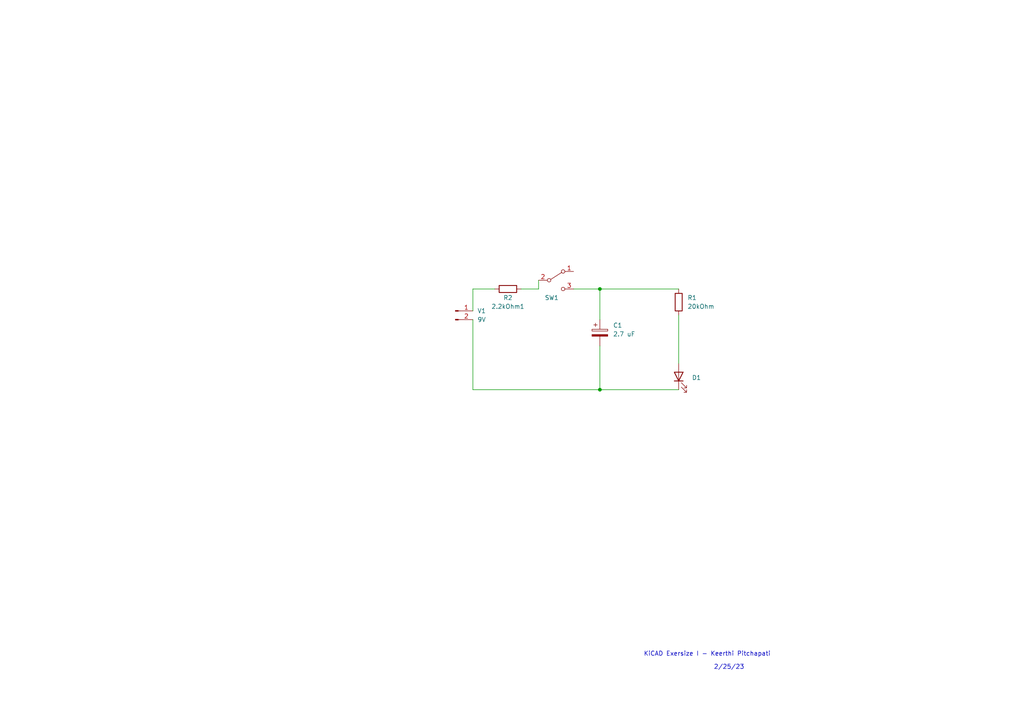
<source format=kicad_sch>
(kicad_sch (version 20211123) (generator eeschema)
  (paper "A4")
  (lib_symbols
    (symbol "Connector:Conn_01x02_Male" (pin_names (offset 1.016) hide)
      (property "Reference" "J" (at 0 2.54 0))
      (property "Value" "Conn_01x02_Male" (at 0 -5.08 0))
      (symbol "Conn_01x02_Male_1_1"
        (polyline (pts (xy 1.27 -2.54) (xy 0.8636 -2.54)) (stroke (width 0.1524)))
        (polyline (pts (xy 1.27 0) (xy 0.8636 0)) (stroke (width 0.1524)))
        (rectangle (start 0.8636 -2.413) (end 0 -2.667) (stroke (width 0.1524)) (fill (type outline)))
        (rectangle (start 0.8636 0.127) (end 0 -0.127) (stroke (width 0.1524)) (fill (type outline)))
        (pin passive line (at 5.08 0 180) (length 3.81) (name "Pin_1") (number "1"))
        (pin passive line (at 5.08 -2.54 180) (length 3.81) (name "Pin_2") (number "2"))
      )
    )
    (symbol "Device:C_Polarized" (pin_numbers hide) (pin_names (offset 0.254))
      (property "Reference" "C" (at 0.635 2.54 0))
      (property "Value" "C_Polarized" (at 0.635 -2.54 0))
      (symbol "C_Polarized_0_1"
        (rectangle (start -2.286 0.508) (end 2.286 1.016))
        (polyline (pts (xy -1.778 2.286) (xy -0.762 2.286)))
        (polyline (pts (xy -1.27 2.794) (xy -1.27 1.778)))
        (rectangle (start 2.286 -0.508) (end -2.286 -1.016) (fill (type outline)))
      )
      (symbol "C_Polarized_1_1"
        (pin passive line (at 0 3.81 270) (length 2.794) (name "~") (number "1"))
        (pin passive line (at 0 -3.81 90) (length 2.794) (name "~") (number "2"))
      )
    )
    (symbol "Device:LED" (pin_numbers hide) (pin_names (offset 1.016) hide)
      (property "Reference" "D" (at 0 2.54 0))
      (property "Value" "LED" (at 0 -2.54 0))
      (symbol "LED_0_1"
        (polyline (pts (xy -1.27 -1.27) (xy -1.27 1.27)) (stroke (width 0.254)))
        (polyline (pts (xy -1.27 0) (xy 1.27 0)))
        (polyline (pts (xy 1.27 -1.27) (xy 1.27 1.27) (xy -1.27 0) (xy 1.27 -1.27)) (stroke (width 0.254)))
        (polyline (pts (xy -3.048 -0.762) (xy -4.572 -2.286) (xy -3.81 -2.286) (xy -4.572 -2.286) (xy -4.572 -1.524)))
        (polyline (pts (xy -1.778 -0.762) (xy -3.302 -2.286) (xy -2.54 -2.286) (xy -3.302 -2.286) (xy -3.302 -1.524)))
      )
      (symbol "LED_1_1"
        (pin passive line (at -3.81 0 0) (length 2.54) (name "K") (number "1"))
        (pin passive line (at 3.81 0 180) (length 2.54) (name "A") (number "2"))
      )
    )
    (symbol "Device:R" (pin_numbers hide) (pin_names (offset 0))
      (property "Reference" "R" (at 2.032 0 90))
      (property "Value" "R" (at 0 0 90))
      (symbol "R_0_1"
        (rectangle (start -1.016 -2.54) (end 1.016 2.54) (stroke (width 0.254)))
      )
      (symbol "R_1_1"
        (pin passive line (at 0 3.81 270) (length 1.27) (name "~") (number "1"))
        (pin passive line (at 0 -3.81 90) (length 1.27) (name "~") (number "2"))
      )
    )
    (symbol "Switch:SW_SPDT" (pin_names (offset 0) hide)
      (property "Reference" "SW" (at 0 4.318 0))
      (property "Value" "SW_SPDT" (at 0 -5.08 0))
      (symbol "SW_SPDT_0_0"
        (circle (center -2.032 0) (radius 0.508))
        (circle (center 2.032 -2.54) (radius 0.508))
      )
      (symbol "SW_SPDT_0_1"
        (polyline (pts (xy -1.524 0.254) (xy 1.651 2.286)))
        (circle (center 2.032 2.54) (radius 0.508))
      )
      (symbol "SW_SPDT_1_1"
        (pin passive line (at 5.08 2.54 180) (length 2.54) (name "A") (number "1"))
        (pin passive line (at -5.08 0 0) (length 2.54) (name "B") (number "2"))
        (pin passive line (at 5.08 -2.54 180) (length 2.54) (name "C") (number "3"))
      )
    )
  )
  (junction (at 173.99 113.03))
  (junction (at 173.99 83.82))
  (wire (pts (xy 151.13 83.82) (xy 156.21 83.82)))
  (wire (pts (xy 173.99 100.33) (xy 173.99 113.03)))
  (wire (pts (xy 143.51 83.82) (xy 137.16 83.82)))
  (wire (pts (xy 173.99 83.82) (xy 196.85 83.82)))
  (wire (pts (xy 173.99 83.82) (xy 173.99 92.71)))
  (wire (pts (xy 196.85 91.44) (xy 196.85 105.41)))
  (wire (pts (xy 137.16 113.03) (xy 173.99 113.03)))
  (wire (pts (xy 137.16 92.71) (xy 137.16 113.03)))
  (wire (pts (xy 166.37 83.82) (xy 173.99 83.82)))
  (wire (pts (xy 137.16 83.82) (xy 137.16 90.17)))
  (wire (pts (xy 173.99 113.03) (xy 196.85 113.03)))
  (wire (pts (xy 156.21 83.82) (xy 156.21 81.28)))
  (text "KiCAD Exersize I - Keerthi Pitchapati \n" (at 186.69 190.5 0) (effects (font (size 1.27 1.27)) (justify left bottom)))
  (text "2/25/23\n" (at 207.01 194.31 0) (effects (font (size 1.27 1.27)) (justify left bottom)))
  (symbol (lib_id "Device:C_Polarized") (at 173.99 96.52 0) (unit 1)
    (property "Reference" "C1" (at 177.8 94.3609 0) (effects (justify left)))
    (property "Value" "2.7 uF" (at 177.8 96.9009 0) (effects (justify left)))
    (property "Footprint" "Capacitor_THT:C_Radial_D5.0mm_H5.0mm_P2.00mm" (effects hide))
  )
  (symbol (lib_id "Device:R") (at 196.85 87.63 0) (unit 1)
    (property "Reference" "R1" (at 199.39 86.3599 0) (effects (justify left)))
    (property "Value" "20kOhm" (at 199.39 88.8999 0) (effects (justify left)))
    (property "Footprint" "Resistor_THT:R_Axial_DIN0516_L15.5mm_D5.0mm_P20.32mm_Horizontal" (effects hide))
  )
  (symbol (lib_id "Device:R") (at 147.32 83.82 270) (unit 1)
    (property "Reference" "2.2kOhm1" (at 147.32 88.9 90))
    (property "Value" "R2" (at 147.32 86.36 90))
    (property "Footprint" "Resistor_THT:R_Axial_DIN0516_L15.5mm_D5.0mm_P20.32mm_Horizontal" (effects hide))
  )
  (symbol (lib_id "Connector:Conn_01x02_Male") (at 132.08 90.17 0) (unit 1)
    (property "Reference" "V1" (at 139.7 90.17 0))
    (property "Value" "9V" (at 139.7 92.71 0))
    (property "Footprint" "Connector_JST:JST_PH_B2B-PH-K_1x02_P2.00mm_Vertical" (effects hide))
  )
  (symbol (lib_id "Device:LED") (at 196.85 109.22 90) (unit 1)
    (property "Reference" "D1" (at 200.66 109.5374 90) (effects (justify right)))
    (property "Value" "    " (at 200.66 112.0774 90) (effects (justify right)))
    (property "Footprint" "LED_THT:LED_D5.0mm" (effects hide))
  )
  (symbol (lib_id "Switch:SW_SPDT") (at 161.29 81.28 0) (unit 1)
    (property "Reference" "SW1" (at 160.02 86.36 0))
    (property "Value" "  " (at 161.29 76.2 0))
    (property "Footprint" "Button_Switch_THT:SW_E-Switch_EG1224_SPDT_Angled" (effects hide))
  )
)
</source>
